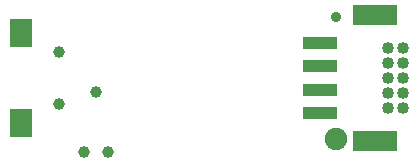
<source format=gbs>
G04 #@! TF.FileFunction,Soldermask,Bot*
%FSLAX46Y46*%
G04 Gerber Fmt 4.6, Leading zero omitted, Abs format (unit mm)*
G04 Created by KiCad (PCBNEW 0.201512311516+6410~40~ubuntu14.04.1-stable) date Sat 02 Jan 2016 08:24:33 GMT*
%MOMM*%
G01*
G04 APERTURE LIST*
%ADD10C,0.100000*%
%ADD11C,1.000000*%
%ADD12R,1.900000X2.440000*%
%ADD13C,1.016000*%
%ADD14R,3.800000X1.800000*%
%ADD15C,0.900000*%
%ADD16C,1.900000*%
%ADD17R,3.000000X1.000000*%
G04 APERTURE END LIST*
D10*
D11*
X103000000Y-97775000D03*
X103000000Y-102225000D03*
D12*
X99820000Y-103840000D03*
X99820000Y-96160000D03*
D11*
X106135000Y-101210000D03*
X105119000Y-106290000D03*
X107151000Y-106290000D03*
D13*
X130865000Y-97460000D03*
X132135000Y-97460000D03*
X130865000Y-98730000D03*
X132135000Y-98730000D03*
X130865000Y-100000000D03*
X132135000Y-100000000D03*
X130865000Y-101270000D03*
X132135000Y-101270000D03*
X130865000Y-102540000D03*
X132135000Y-102540000D03*
D14*
X129750000Y-94650000D03*
X129750000Y-105350000D03*
D15*
X126500000Y-94800000D03*
D16*
X126500000Y-105200000D03*
D17*
X125150000Y-97000000D03*
X125150000Y-99000000D03*
X125150000Y-101000000D03*
X125150000Y-103000000D03*
M02*

</source>
